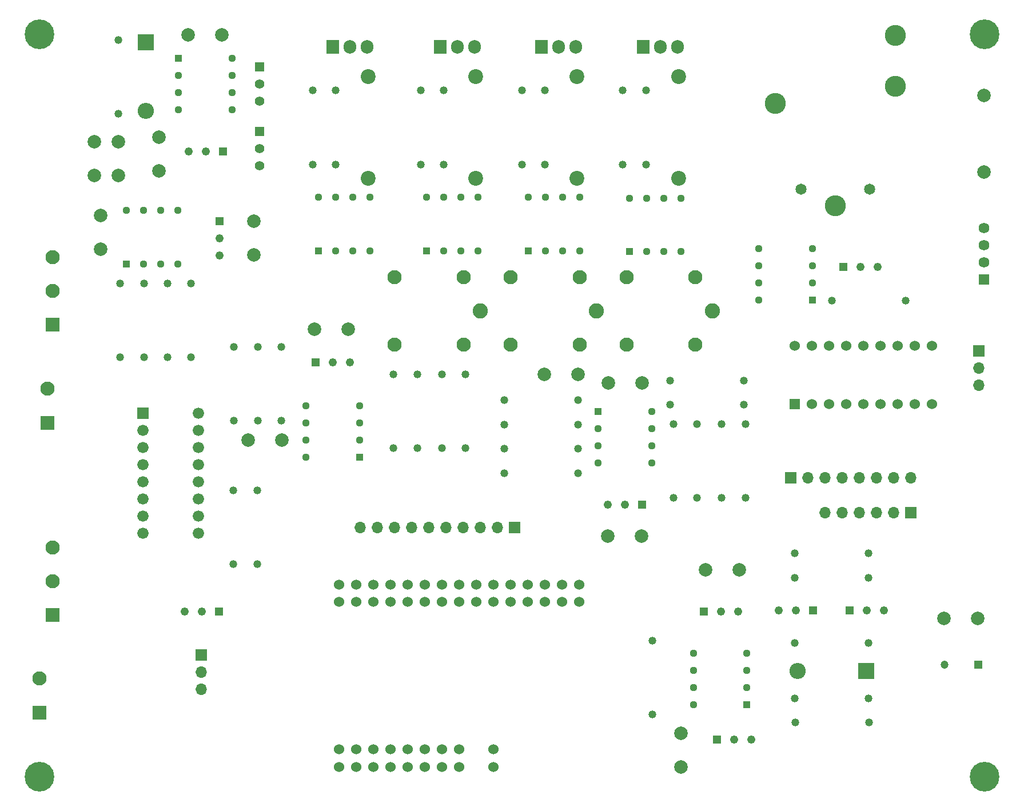
<source format=gbr>
%TF.GenerationSoftware,KiCad,Pcbnew,(6.0.0)*%
%TF.CreationDate,2022-02-28T16:42:29-03:00*%
%TF.ProjectId,Circuito de corriente,43697263-7569-4746-9f20-646520636f72,rev?*%
%TF.SameCoordinates,Original*%
%TF.FileFunction,Soldermask,Top*%
%TF.FilePolarity,Negative*%
%FSLAX46Y46*%
G04 Gerber Fmt 4.6, Leading zero omitted, Abs format (unit mm)*
G04 Created by KiCad (PCBNEW (6.0.0)) date 2022-02-28 16:42:29*
%MOMM*%
%LPD*%
G01*
G04 APERTURE LIST*
%ADD10C,1.190000*%
%ADD11R,1.700000X1.700000*%
%ADD12O,1.700000X1.700000*%
%ADD13C,2.000000*%
%ADD14R,1.130000X1.130000*%
%ADD15C,1.130000*%
%ADD16R,2.400000X2.400000*%
%ADD17O,2.400000X2.400000*%
%ADD18C,2.100000*%
%ADD19C,2.250000*%
%ADD20C,2.200000*%
%ADD21R,1.905000X2.000000*%
%ADD22O,1.905000X2.000000*%
%ADD23R,1.218000X1.218000*%
%ADD24C,1.218000*%
%ADD25R,1.676400X1.676400*%
%ADD26C,1.676400*%
%ADD27R,2.100000X2.100000*%
%ADD28R,1.524000X1.524000*%
%ADD29C,1.524000*%
%ADD30C,0.700000*%
%ADD31C,4.400000*%
%ADD32R,1.590000X1.590000*%
%ADD33C,1.590000*%
%ADD34R,1.410000X1.410000*%
%ADD35C,1.410000*%
%ADD36R,1.200000X1.200000*%
%ADD37C,1.200000*%
%ADD38C,1.650000*%
%ADD39C,3.116000*%
G04 APERTURE END LIST*
D10*
%TO.C,R29*%
X193085000Y-134666000D03*
X182155000Y-134666000D03*
%TD*%
D11*
%TO.C,J2*%
X181460000Y-98390000D03*
D12*
X184000000Y-98390000D03*
X186540000Y-98390000D03*
X189080000Y-98390000D03*
X191620000Y-98390000D03*
X194160000Y-98390000D03*
X199240000Y-98390000D03*
X196700000Y-98390000D03*
%TD*%
D13*
%TO.C,C2*%
X101100000Y-92800000D03*
X106100000Y-92800000D03*
%TD*%
D14*
%TO.C,U8*%
X117615000Y-95360000D03*
D15*
X117615000Y-92820000D03*
X117615000Y-90280000D03*
X117615000Y-87740000D03*
X109675000Y-87740000D03*
X109675000Y-90280000D03*
X109675000Y-92820000D03*
X109675000Y-95360000D03*
%TD*%
D16*
%TO.C,D2*%
X192660000Y-127000000D03*
D17*
X182500000Y-127000000D03*
%TD*%
D18*
%TO.C,K2*%
X150200000Y-68700000D03*
X150200000Y-78700000D03*
X140000000Y-68700000D03*
X140000000Y-78700000D03*
D19*
X152700000Y-73700000D03*
%TD*%
D10*
%TO.C,R27*%
X182095000Y-122866000D03*
X193025000Y-122866000D03*
%TD*%
%TO.C,R10*%
X126666666Y-51965000D03*
X126666666Y-41035000D03*
%TD*%
%TO.C,R12*%
X141666666Y-51965000D03*
X141666666Y-41035000D03*
%TD*%
%TO.C,R30*%
X160960000Y-133435000D03*
X160960000Y-122505000D03*
%TD*%
D20*
%TO.C,R11*%
X134800000Y-39000000D03*
X134800000Y-54000000D03*
%TD*%
D10*
%TO.C,R13*%
X156600000Y-51965000D03*
X156600000Y-41035000D03*
%TD*%
D13*
%TO.C,C9*%
X81900000Y-48650000D03*
X81900000Y-53650000D03*
%TD*%
D21*
%TO.C,U55*%
X113660000Y-34545000D03*
D22*
X116200000Y-34545000D03*
X118740000Y-34545000D03*
%TD*%
D10*
%TO.C,R34*%
X133300000Y-83035000D03*
X133300000Y-93965000D03*
%TD*%
%TO.C,R17*%
X167600000Y-90435000D03*
X167600000Y-101365000D03*
%TD*%
D11*
%TO.C,U5*%
X199250000Y-103580000D03*
D12*
X196710000Y-103580000D03*
X194170000Y-103580000D03*
X191630000Y-103580000D03*
X189090000Y-103580000D03*
X186550000Y-103580000D03*
%TD*%
D20*
%TO.C,R14*%
X164850000Y-39000000D03*
X164850000Y-54000000D03*
%TD*%
D14*
%TO.C,UA1*%
X184720000Y-72110000D03*
D15*
X184720000Y-69570000D03*
X184720000Y-67030000D03*
X184720000Y-64490000D03*
X176780000Y-64490000D03*
X176780000Y-67030000D03*
X176780000Y-69570000D03*
X176780000Y-72110000D03*
%TD*%
D23*
%TO.C,RV2*%
X97440000Y-50050000D03*
D24*
X94900000Y-50050000D03*
X92360000Y-50050000D03*
%TD*%
D10*
%TO.C,R21*%
X139085000Y-90500000D03*
X150015000Y-90500000D03*
%TD*%
D11*
%TO.C,J1*%
X140560000Y-105770000D03*
D12*
X138020000Y-105770000D03*
X135480000Y-105770000D03*
X132940000Y-105770000D03*
X130400000Y-105770000D03*
X127860000Y-105770000D03*
X125320000Y-105770000D03*
X122780000Y-105770000D03*
X120240000Y-105770000D03*
X117700000Y-105770000D03*
%TD*%
D14*
%TO.C,U6*%
X152992500Y-88540000D03*
D15*
X152992500Y-91080000D03*
X152992500Y-93620000D03*
X152992500Y-96160000D03*
X160932500Y-96160000D03*
X160932500Y-93620000D03*
X160932500Y-91080000D03*
X160932500Y-88540000D03*
%TD*%
D21*
%TO.C,U22*%
X159610000Y-34545000D03*
D22*
X162150000Y-34545000D03*
X164690000Y-34545000D03*
%TD*%
D25*
%TO.C,UB1*%
X85580000Y-88820000D03*
D26*
X85580000Y-91360000D03*
X85580000Y-93900000D03*
X85580000Y-96440000D03*
X85580000Y-98980000D03*
X85580000Y-101520000D03*
X85580000Y-104060000D03*
X85580000Y-106600000D03*
X93800000Y-106580000D03*
X93800000Y-104040000D03*
X93800000Y-101500000D03*
X93800000Y-98960000D03*
X93800000Y-96420000D03*
X93800000Y-93880000D03*
X93800000Y-91340000D03*
X93800000Y-88800000D03*
%TD*%
D27*
%TO.C,J5*%
X72200000Y-118700000D03*
D18*
X72200000Y-113700000D03*
X72200000Y-108700000D03*
%TD*%
D28*
%TO.C,U3*%
X182040000Y-87500000D03*
D29*
X184580000Y-87500000D03*
X187120000Y-87500000D03*
X189660000Y-87500000D03*
X192200000Y-87500000D03*
X194740000Y-87500000D03*
X197280000Y-87500000D03*
X199820000Y-87500000D03*
X202360000Y-87500000D03*
X202360000Y-78800000D03*
X199820000Y-78800000D03*
X197280000Y-78800000D03*
X194740000Y-78800000D03*
X192200000Y-78800000D03*
X189660000Y-78800000D03*
X187120000Y-78800000D03*
X184580000Y-78800000D03*
X182040000Y-78800000D03*
%TD*%
D13*
%TO.C,C15*%
X165200000Y-141270000D03*
X165200000Y-136270000D03*
%TD*%
D10*
%TO.C,R7*%
X81900000Y-44465000D03*
X81900000Y-33535000D03*
%TD*%
D23*
%TO.C,RV9*%
X96785000Y-118200000D03*
D24*
X94245000Y-118200000D03*
X91705000Y-118200000D03*
%TD*%
D10*
%TO.C,ROp1*%
X114100000Y-41035000D03*
X114100000Y-51965000D03*
%TD*%
%TO.C,R15*%
X174800000Y-90435000D03*
X174800000Y-101365000D03*
%TD*%
%TO.C,R39*%
X187560000Y-72175000D03*
X198490000Y-72175000D03*
%TD*%
%TO.C,R19*%
X139085000Y-97700000D03*
X150015000Y-97700000D03*
%TD*%
D14*
%TO.C,UA5*%
X157590000Y-64900000D03*
D15*
X160130000Y-64900000D03*
X162670000Y-64900000D03*
X165210000Y-64900000D03*
X165210000Y-56960000D03*
X162670000Y-56960000D03*
X160130000Y-56960000D03*
X157590000Y-56960000D03*
%TD*%
D10*
%TO.C,R16*%
X171200000Y-101365000D03*
X171200000Y-90435000D03*
%TD*%
D14*
%TO.C,UA3*%
X127540000Y-64770000D03*
D15*
X130080000Y-64770000D03*
X132620000Y-64770000D03*
X135160000Y-64770000D03*
X135160000Y-56830000D03*
X132620000Y-56830000D03*
X130080000Y-56830000D03*
X127540000Y-56830000D03*
%TD*%
D13*
%TO.C,C6*%
X102000000Y-60400000D03*
X102000000Y-65400000D03*
%TD*%
D10*
%TO.C,R23*%
X163585000Y-84000000D03*
X174515000Y-84000000D03*
%TD*%
D14*
%TO.C,UA4*%
X142590000Y-64800000D03*
D15*
X145130000Y-64800000D03*
X147670000Y-64800000D03*
X150210000Y-64800000D03*
X150210000Y-56860000D03*
X147670000Y-56860000D03*
X145130000Y-56860000D03*
X142590000Y-56860000D03*
%TD*%
D30*
%TO.C,H1*%
X69033274Y-31533274D03*
X70200000Y-31050000D03*
X71366726Y-31533274D03*
X70200000Y-34350000D03*
D31*
X70200000Y-32700000D03*
D30*
X68550000Y-32700000D03*
X69033274Y-33866726D03*
X71850000Y-32700000D03*
X71366726Y-33866726D03*
%TD*%
D10*
%TO.C,R25*%
X193025000Y-109600000D03*
X182095000Y-109600000D03*
%TD*%
D23*
%TO.C,RV3*%
X159440000Y-102350000D03*
D24*
X156900000Y-102350000D03*
X154360000Y-102350000D03*
%TD*%
D13*
%TO.C,C14*%
X173860000Y-112000000D03*
X168860000Y-112000000D03*
%TD*%
D10*
%TO.C,R8*%
X110700000Y-51965000D03*
X110700000Y-41035000D03*
%TD*%
D30*
%TO.C,H4*%
X71366726Y-143866726D03*
X69033274Y-143866726D03*
X68550000Y-142700000D03*
X70200000Y-141050000D03*
X69033274Y-141533274D03*
X71366726Y-141533274D03*
X70200000Y-144350000D03*
D31*
X70200000Y-142700000D03*
D30*
X71850000Y-142700000D03*
%TD*%
D23*
%TO.C,RV6*%
X170570000Y-137150000D03*
D24*
X173110000Y-137150000D03*
X175650000Y-137150000D03*
%TD*%
D10*
%TO.C,R28*%
X193025000Y-131066000D03*
X182095000Y-131066000D03*
%TD*%
%TO.C,R36*%
X102550000Y-89965000D03*
X102550000Y-79035000D03*
%TD*%
D21*
%TO.C,U18*%
X129560000Y-34545000D03*
D22*
X132100000Y-34545000D03*
X134640000Y-34545000D03*
%TD*%
D13*
%TO.C,C5*%
X154475000Y-84375000D03*
X159475000Y-84375000D03*
%TD*%
D18*
%TO.C,K3*%
X167350000Y-68700000D03*
X167350000Y-78700000D03*
X157150000Y-68700000D03*
X157150000Y-78700000D03*
D19*
X169850000Y-73700000D03*
%TD*%
D14*
%TO.C,UA2*%
X111590000Y-64800000D03*
D15*
X114130000Y-64800000D03*
X116670000Y-64800000D03*
X119210000Y-64800000D03*
X119210000Y-56860000D03*
X116670000Y-56860000D03*
X114130000Y-56860000D03*
X111590000Y-56860000D03*
%TD*%
D13*
%TO.C,C12*%
X209190000Y-119200000D03*
X204190000Y-119200000D03*
%TD*%
D10*
%TO.C,R3*%
X92700000Y-80565000D03*
X92700000Y-69635000D03*
%TD*%
%TO.C,R20*%
X139085000Y-94100000D03*
X150015000Y-94100000D03*
%TD*%
D13*
%TO.C,U16*%
X210096000Y-53132000D03*
X210096000Y-41732000D03*
%TD*%
D10*
%TO.C,R5*%
X85700000Y-69635000D03*
X85700000Y-80565000D03*
%TD*%
D14*
%TO.C,U1*%
X83090000Y-66738750D03*
D15*
X85630000Y-66738750D03*
X88170000Y-66738750D03*
X90710000Y-66738750D03*
X90710000Y-58798750D03*
X88170000Y-58798750D03*
X85630000Y-58798750D03*
X83090000Y-58798750D03*
%TD*%
D13*
%TO.C,C11*%
X92250000Y-32750000D03*
X97250000Y-32750000D03*
%TD*%
D21*
%TO.C,U20*%
X144560000Y-34545000D03*
D22*
X147100000Y-34545000D03*
X149640000Y-34545000D03*
%TD*%
D18*
%TO.C,J6*%
X72200000Y-65700000D03*
X72200000Y-70700000D03*
D27*
X72200000Y-75700000D03*
%TD*%
D23*
%TO.C,RV4*%
X190180000Y-118066000D03*
D24*
X192720000Y-118066000D03*
X195260000Y-118066000D03*
%TD*%
D13*
%TO.C,C4*%
X154400000Y-107050000D03*
X159400000Y-107050000D03*
%TD*%
D20*
%TO.C,R9*%
X118900000Y-39000000D03*
X118900000Y-54000000D03*
%TD*%
D10*
%TO.C,R35*%
X99050000Y-79035000D03*
X99050000Y-89965000D03*
%TD*%
D32*
%TO.C,J7*%
X210096000Y-68989250D03*
D33*
X210096000Y-66449250D03*
X210096000Y-63909250D03*
X210096000Y-61369250D03*
%TD*%
D10*
%TO.C,R38*%
X106050000Y-79035000D03*
X106050000Y-89965000D03*
%TD*%
D23*
%TO.C,RV1*%
X96900000Y-60360000D03*
D24*
X96900000Y-62900000D03*
X96900000Y-65440000D03*
%TD*%
D10*
%TO.C,R32*%
X126200000Y-83035000D03*
X126200000Y-93965000D03*
%TD*%
D30*
%TO.C,H2*%
X210200000Y-31050000D03*
X209033274Y-33866726D03*
X208550000Y-32700000D03*
D31*
X210200000Y-32700000D03*
D30*
X211850000Y-32700000D03*
X211366726Y-31533274D03*
X210200000Y-34350000D03*
X209033274Y-31533274D03*
X211366726Y-33866726D03*
%TD*%
D10*
%TO.C,R18*%
X164100000Y-101365000D03*
X164100000Y-90435000D03*
%TD*%
%TO.C,R31*%
X122600000Y-83035000D03*
X122600000Y-93965000D03*
%TD*%
D18*
%TO.C,J3*%
X71376098Y-85160000D03*
D27*
X71376098Y-90240000D03*
%TD*%
D10*
%TO.C,ROp3*%
X145100000Y-41035000D03*
X145100000Y-51965000D03*
%TD*%
D20*
%TO.C,R37*%
X149800000Y-39000000D03*
X149800000Y-54000000D03*
%TD*%
D29*
%TO.C,U4*%
X137415000Y-141220000D03*
X137415000Y-138604000D03*
X150115000Y-114220000D03*
X147575000Y-114220000D03*
X145035000Y-114220000D03*
X142495000Y-114220000D03*
X139955000Y-114220000D03*
X137415000Y-114220000D03*
X134875000Y-114220000D03*
X132335000Y-114220000D03*
X129795000Y-114220000D03*
X127255000Y-114220000D03*
X124715000Y-114220000D03*
X122175000Y-114220000D03*
X119635000Y-114220000D03*
X117095000Y-114220000D03*
X114555000Y-114220000D03*
X114555000Y-116760000D03*
X117095000Y-116760000D03*
X119635000Y-116760000D03*
X122175000Y-116760000D03*
X124715000Y-116760000D03*
X127255000Y-116760000D03*
X129795000Y-116760000D03*
X132335000Y-116760000D03*
X134875000Y-116760000D03*
X137415000Y-116760000D03*
X139955000Y-116760000D03*
X142495000Y-116760000D03*
X145035000Y-116760000D03*
X147575000Y-116760000D03*
X150115000Y-116760000D03*
X132335000Y-138604000D03*
X129795000Y-138604000D03*
X127255000Y-138604000D03*
X124715000Y-138604000D03*
X122175000Y-138604000D03*
X119635000Y-138604000D03*
X117095000Y-138604000D03*
X114615000Y-138604000D03*
X114615000Y-141220000D03*
X117095000Y-141220000D03*
X119635000Y-141220000D03*
X122175000Y-141220000D03*
X124715000Y-141220000D03*
X127255000Y-141220000D03*
X129795000Y-141220000D03*
X132335000Y-141220000D03*
%TD*%
D14*
%TO.C,U7*%
X175005000Y-132010000D03*
D15*
X175005000Y-129470000D03*
X175005000Y-126930000D03*
X175005000Y-124390000D03*
X167065000Y-124390000D03*
X167065000Y-126930000D03*
X167065000Y-129470000D03*
X167065000Y-132010000D03*
%TD*%
D18*
%TO.C,K1*%
X133050000Y-68700000D03*
X133050000Y-78700000D03*
X122850000Y-68700000D03*
X122850000Y-78700000D03*
D19*
X135550000Y-73700000D03*
%TD*%
D34*
%TO.C,Q2*%
X102847500Y-47110000D03*
D35*
X102847500Y-49650000D03*
X102847500Y-52190000D03*
%TD*%
D31*
%TO.C,H3*%
X210200000Y-142700000D03*
D30*
X208550000Y-142700000D03*
X211366726Y-141533274D03*
X210200000Y-144350000D03*
X211850000Y-142700000D03*
X209033274Y-141533274D03*
X211366726Y-143866726D03*
X210200000Y-141050000D03*
X209033274Y-143866726D03*
%TD*%
D13*
%TO.C,C1*%
X115950000Y-76350000D03*
X110950000Y-76350000D03*
%TD*%
D10*
%TO.C,ROp2*%
X130100000Y-41035000D03*
X130100000Y-51965000D03*
%TD*%
%TO.C,R22*%
X139085000Y-86900000D03*
X150015000Y-86900000D03*
%TD*%
%TO.C,R2*%
X98900000Y-100285000D03*
X98900000Y-111215000D03*
%TD*%
%TO.C,ROp4*%
X160100000Y-41035000D03*
X160100000Y-51965000D03*
%TD*%
D16*
%TO.C,D1*%
X86000000Y-33900000D03*
D17*
X86000000Y-44060000D03*
%TD*%
D10*
%TO.C,R26*%
X182095000Y-113200000D03*
X193025000Y-113200000D03*
%TD*%
D13*
%TO.C,C10*%
X87900000Y-47900000D03*
X87900000Y-52900000D03*
%TD*%
D23*
%TO.C,RV7*%
X168620000Y-118200000D03*
D24*
X171160000Y-118200000D03*
X173700000Y-118200000D03*
%TD*%
D10*
%TO.C,R33*%
X129800000Y-83035000D03*
X129800000Y-93965000D03*
%TD*%
D36*
%TO.C,C13*%
X209246750Y-126100000D03*
D37*
X204246750Y-126100000D03*
%TD*%
D12*
%TO.C,U13*%
X94225000Y-127190000D03*
X94225000Y-129730000D03*
D11*
X94225000Y-124650000D03*
%TD*%
D13*
%TO.C,C3*%
X145000000Y-83075000D03*
X150000000Y-83075000D03*
%TD*%
D10*
%TO.C,R24*%
X174515000Y-87600000D03*
X163585000Y-87600000D03*
%TD*%
D13*
%TO.C,C7*%
X79325000Y-64550000D03*
X79325000Y-59550000D03*
%TD*%
D10*
%TO.C,R1*%
X102500000Y-111215000D03*
X102500000Y-100285000D03*
%TD*%
D23*
%TO.C,RV8*%
X111110000Y-81300000D03*
D24*
X113650000Y-81300000D03*
X116190000Y-81300000D03*
%TD*%
D13*
%TO.C,C8*%
X78400000Y-48650000D03*
X78400000Y-53650000D03*
%TD*%
D23*
%TO.C,RV5*%
X184760000Y-118066000D03*
D24*
X182220000Y-118066000D03*
X179680000Y-118066000D03*
%TD*%
D34*
%TO.C,Q1*%
X102847500Y-37553581D03*
D35*
X102847500Y-40093581D03*
X102847500Y-42633581D03*
%TD*%
D10*
%TO.C,R6*%
X82200000Y-80565000D03*
X82200000Y-69635000D03*
%TD*%
D14*
%TO.C,U2*%
X90830000Y-36240000D03*
D15*
X90830000Y-38780000D03*
X90830000Y-41320000D03*
X90830000Y-43860000D03*
X98770000Y-43860000D03*
X98770000Y-41320000D03*
X98770000Y-38780000D03*
X98770000Y-36240000D03*
%TD*%
D11*
%TO.C,M1*%
X209320000Y-79645000D03*
D12*
X209320000Y-82185000D03*
X209320000Y-84725000D03*
%TD*%
D10*
%TO.C,R4*%
X89200000Y-80565000D03*
X89200000Y-69635000D03*
%TD*%
D27*
%TO.C,J4*%
X70200000Y-133240000D03*
D18*
X70200000Y-128160000D03*
%TD*%
D38*
%TO.C,K4*%
X182996000Y-55632000D03*
X193196000Y-55632000D03*
D39*
X188096000Y-58132000D03*
X179196000Y-42932000D03*
X196996000Y-32832000D03*
X196996000Y-40432000D03*
%TD*%
D23*
%TO.C,RV10*%
X189240000Y-67150000D03*
D24*
X191780000Y-67150000D03*
X194320000Y-67150000D03*
%TD*%
M02*

</source>
